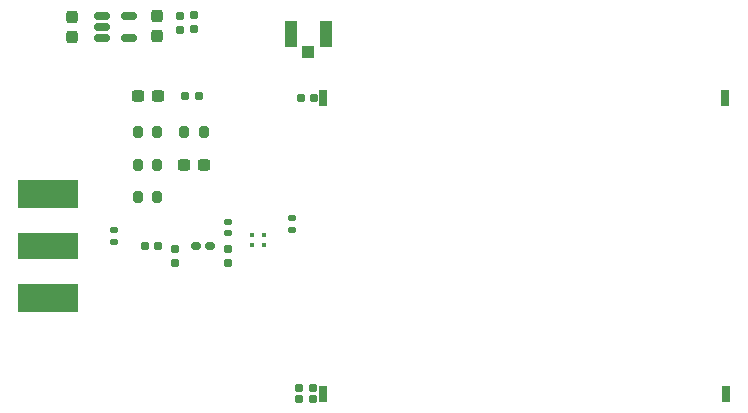
<source format=gtp>
G04 #@! TF.GenerationSoftware,KiCad,Pcbnew,(6.0.6-0)*
G04 #@! TF.CreationDate,2023-01-21T18:46:11+00:00*
G04 #@! TF.ProjectId,gnss_antenna_pcb,676e7373-5f61-46e7-9465-6e6e615f7063,rev?*
G04 #@! TF.SameCoordinates,Original*
G04 #@! TF.FileFunction,Paste,Top*
G04 #@! TF.FilePolarity,Positive*
%FSLAX46Y46*%
G04 Gerber Fmt 4.6, Leading zero omitted, Abs format (unit mm)*
G04 Created by KiCad (PCBNEW (6.0.6-0)) date 2023-01-21 18:46:11*
%MOMM*%
%LPD*%
G01*
G04 APERTURE LIST*
G04 Aperture macros list*
%AMRoundRect*
0 Rectangle with rounded corners*
0 $1 Rounding radius*
0 $2 $3 $4 $5 $6 $7 $8 $9 X,Y pos of 4 corners*
0 Add a 4 corners polygon primitive as box body*
4,1,4,$2,$3,$4,$5,$6,$7,$8,$9,$2,$3,0*
0 Add four circle primitives for the rounded corners*
1,1,$1+$1,$2,$3*
1,1,$1+$1,$4,$5*
1,1,$1+$1,$6,$7*
1,1,$1+$1,$8,$9*
0 Add four rect primitives between the rounded corners*
20,1,$1+$1,$2,$3,$4,$5,0*
20,1,$1+$1,$4,$5,$6,$7,0*
20,1,$1+$1,$6,$7,$8,$9,0*
20,1,$1+$1,$8,$9,$2,$3,0*%
G04 Aperture macros list end*
%ADD10RoundRect,0.200000X0.200000X0.275000X-0.200000X0.275000X-0.200000X-0.275000X0.200000X-0.275000X0*%
%ADD11RoundRect,0.155000X0.212500X0.155000X-0.212500X0.155000X-0.212500X-0.155000X0.212500X-0.155000X0*%
%ADD12RoundRect,0.160000X0.160000X-0.197500X0.160000X0.197500X-0.160000X0.197500X-0.160000X-0.197500X0*%
%ADD13RoundRect,0.150000X-0.512500X-0.150000X0.512500X-0.150000X0.512500X0.150000X-0.512500X0.150000X0*%
%ADD14R,0.350000X0.450000*%
%ADD15RoundRect,0.237500X-0.237500X0.300000X-0.237500X-0.300000X0.237500X-0.300000X0.237500X0.300000X0*%
%ADD16RoundRect,0.160000X0.222500X0.160000X-0.222500X0.160000X-0.222500X-0.160000X0.222500X-0.160000X0*%
%ADD17R,0.800000X1.360000*%
%ADD18RoundRect,0.160000X-0.197500X-0.160000X0.197500X-0.160000X0.197500X0.160000X-0.197500X0.160000X0*%
%ADD19RoundRect,0.237500X-0.300000X-0.237500X0.300000X-0.237500X0.300000X0.237500X-0.300000X0.237500X0*%
%ADD20RoundRect,0.160000X-0.160000X0.197500X-0.160000X-0.197500X0.160000X-0.197500X0.160000X0.197500X0*%
%ADD21RoundRect,0.147500X-0.172500X0.147500X-0.172500X-0.147500X0.172500X-0.147500X0.172500X0.147500X0*%
%ADD22R,5.080000X2.290000*%
%ADD23R,5.080000X2.420000*%
%ADD24R,0.200000X0.100000*%
%ADD25R,1.000000X1.050000*%
%ADD26R,1.050000X2.200000*%
%ADD27RoundRect,0.155000X-0.212500X-0.155000X0.212500X-0.155000X0.212500X0.155000X-0.212500X0.155000X0*%
%ADD28RoundRect,0.200000X-0.200000X-0.275000X0.200000X-0.275000X0.200000X0.275000X-0.200000X0.275000X0*%
G04 APERTURE END LIST*
D10*
X62150000Y-90300000D03*
X60500000Y-90300000D03*
D11*
X75442500Y-87500000D03*
X74307500Y-87500000D03*
D12*
X68150000Y-101422500D03*
X68150000Y-100227500D03*
D13*
X57437500Y-80500000D03*
X57437500Y-81450000D03*
X57437500Y-82400000D03*
X59712500Y-82400000D03*
X59712500Y-80500000D03*
D14*
X71200000Y-99037500D03*
X70200000Y-99037500D03*
X70200000Y-99937500D03*
X71200000Y-99937500D03*
D15*
X54950000Y-80562500D03*
X54950000Y-82287500D03*
D12*
X64050000Y-81672500D03*
X64050000Y-80477500D03*
D16*
X66572500Y-100000000D03*
X65427500Y-100000000D03*
D17*
X110275000Y-112500000D03*
X110225000Y-87500000D03*
X76175000Y-112500000D03*
X76175000Y-87500000D03*
D18*
X74127500Y-112975000D03*
X75322500Y-112975000D03*
D19*
X64387500Y-93100000D03*
X66112500Y-93100000D03*
D20*
X65275000Y-80452500D03*
X65275000Y-81647500D03*
D10*
X62150000Y-93150000D03*
X60500000Y-93150000D03*
D21*
X73550000Y-97640000D03*
X73550000Y-98610000D03*
D22*
X52880000Y-100000000D03*
D23*
X52880000Y-104380000D03*
X52880000Y-95620000D03*
D10*
X66075000Y-90300000D03*
X64425000Y-90300000D03*
D12*
X63675000Y-101422500D03*
X63675000Y-100227500D03*
D24*
X70200000Y-98787500D03*
D25*
X74950000Y-83575000D03*
D26*
X73475000Y-82050000D03*
X76425000Y-82050000D03*
D27*
X64532500Y-87275000D03*
X65667500Y-87275000D03*
D11*
X62217500Y-100000000D03*
X61082500Y-100000000D03*
D21*
X68150000Y-97915000D03*
X68150000Y-98885000D03*
D28*
X60500000Y-95850000D03*
X62150000Y-95850000D03*
D21*
X58500000Y-98665000D03*
X58500000Y-99635000D03*
D19*
X60512500Y-87300000D03*
X62237500Y-87300000D03*
D15*
X62125000Y-80525000D03*
X62125000Y-82250000D03*
D18*
X74127500Y-111975000D03*
X75322500Y-111975000D03*
D24*
X71200000Y-100187500D03*
M02*

</source>
